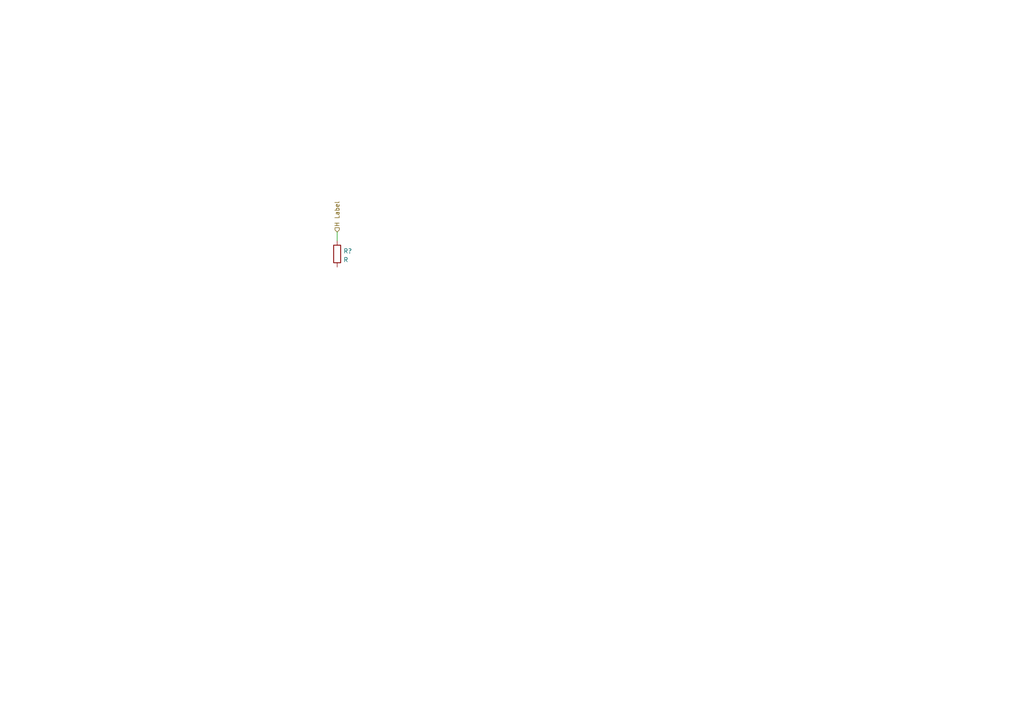
<source format=kicad_sch>
(kicad_sch (version 20211123) (generator eeschema)
  (paper "A4")
  (lib_symbols
    (symbol "Device:R" (pin_numbers hide) (pin_names (offset 0))
      (property "Reference" "R" (at 2.032 0 90))
      (property "Value" "R" (at 0 0 90))
      (symbol "R_0_1"
        (rectangle (start -1.016 -2.54) (end 1.016 2.54) (stroke (width 0.254)))
      )
      (symbol "R_1_1"
        (pin passive line (at 0 3.81 270) (length 1.27) (name "~") (number "1"))
        (pin passive line (at 0 -3.81 90) (length 1.27) (name "~") (number "2"))
      )
    )
  )
  (wire (pts (xy 97.79 67.31) (xy 97.79 69.85)))
  (hierarchical_label "H Label" (shape input) (at 97.79 67.31 90))
  (symbol (lib_id "Device:R") (at 97.79 73.66 0) (unit 1)
    (property "Reference" "R?" (at 99.568 72.8253 0) (effects (justify left)))
    (property "Value" "R" (at 99.568 75.3622 0) (effects (justify left)))
  )
)
</source>
